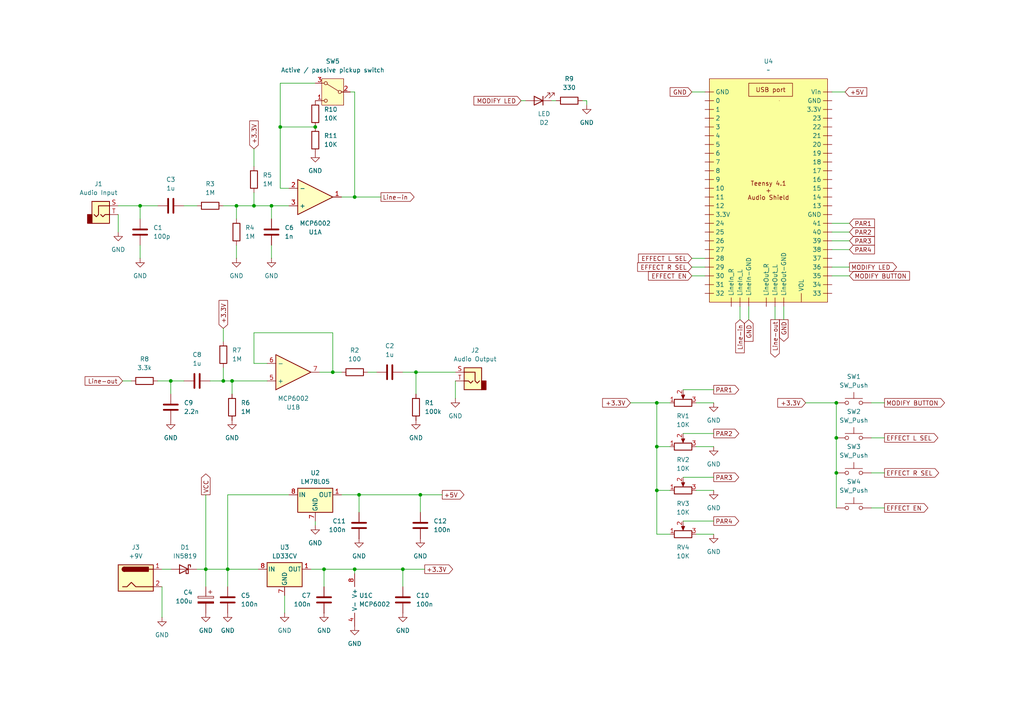
<source format=kicad_sch>
(kicad_sch (version 20250114) (generator "eeschema") (generator_version "9.0")
  (paper "A4")
  (lib_symbols
    (symbol "Connector:Barrel_Jack" (pin_names (offset 1.016))
      (property "Reference" "J" (at 0 5.334 0))
      (property "Value" "Barrel_Jack" (at 0 -5.08 0))
      (symbol "Barrel_Jack_0_1"
        (rectangle (start -5.08 3.81) (end 5.08 -3.81) (stroke (width 0.254)) (fill (type background)))
        (polyline (pts (xy -3.81 -2.54) (xy -2.54 -2.54) (xy -1.27 -1.27) (xy 0 -2.54) (xy 2.54 -2.54) (xy 5.08 -2.54)) (stroke (width 0.254)))
        (arc (start -3.302 1.905) (mid -3.9343 2.54) (end -3.302 3.175) (stroke (width 0.254)))
        (arc (start -3.302 1.905) (mid -3.9343 2.54) (end -3.302 3.175) (stroke (width 0.254)) (fill (type outline)))
        (rectangle (start 3.683 3.175) (end -3.302 1.905) (stroke (width 0.254)) (fill (type outline)))
        (polyline (pts (xy 5.08 2.54) (xy 3.81 2.54)) (stroke (width 0.254)))
      )
      (symbol "Barrel_Jack_1_1"
        (pin passive line (at 7.62 2.54 180) (length 2.54) (name "~") (number "1"))
        (pin passive line (at 7.62 -2.54 180) (length 2.54) (name "~") (number "2"))
      )
    )
    (symbol "Connector_Audio:AudioJack2"
      (property "Reference" "J" (at 0 8.89 0))
      (property "Value" "AudioJack2" (at 0 6.35 0))
      (symbol "AudioJack2_0_1"
        (rectangle (start -3.81 0) (end -2.54 -2.54) (stroke (width 0.254)) (fill (type outline)))
        (rectangle (start -2.54 3.81) (end 2.54 -2.54) (stroke (width 0.254)) (fill (type background)))
        (polyline (pts (xy 0 0) (xy 0.635 -0.635) (xy 1.27 0) (xy 2.54 0)) (stroke (width 0.254)))
        (polyline (pts (xy 2.54 2.54) (xy -0.635 2.54) (xy -0.635 0) (xy -1.27 -0.635) (xy -1.905 0)) (stroke (width 0.254)))
      )
      (symbol "AudioJack2_1_1"
        (pin passive line (at 5.08 2.54 180) (length 2.54) (name "~") (number "S"))
        (pin passive line (at 5.08 0 180) (length 2.54) (name "~") (number "T"))
      )
    )
    (symbol "Device:C" (pin_numbers (hide yes)) (pin_names (offset 0.254))
      (property "Reference" "C" (at 0.635 2.54 0))
      (property "Value" "C" (at 0.635 -2.54 0))
      (symbol "C_0_1"
        (polyline (pts (xy -2.032 0.762) (xy 2.032 0.762)) (stroke (width 0.508)))
        (polyline (pts (xy -2.032 -0.762) (xy 2.032 -0.762)) (stroke (width 0.508)))
      )
      (symbol "C_1_1"
        (pin passive line (at 0 3.81 270) (length 2.794) (name "~") (number "1"))
        (pin passive line (at 0 -3.81 90) (length 2.794) (name "~") (number "2"))
      )
    )
    (symbol "Device:C_Polarized" (pin_numbers (hide yes)) (pin_names (offset 0.254))
      (property "Reference" "C" (at 0.635 2.54 0))
      (property "Value" "C_Polarized" (at 0.635 -2.54 0))
      (symbol "C_Polarized_0_1"
        (rectangle (start -2.286 0.508) (end 2.286 1.016))
        (polyline (pts (xy -1.778 2.286) (xy -0.762 2.286)))
        (polyline (pts (xy -1.27 2.794) (xy -1.27 1.778)))
        (rectangle (start 2.286 -0.508) (end -2.286 -1.016) (fill (type outline)))
      )
      (symbol "C_Polarized_1_1"
        (pin passive line (at 0 3.81 270) (length 2.794) (name "~") (number "1"))
        (pin passive line (at 0 -3.81 90) (length 2.794) (name "~") (number "2"))
      )
    )
    (symbol "Device:D_Schottky" (pin_numbers (hide yes)) (pin_names (offset 1.016) (hide yes))
      (property "Reference" "D" (at 0 2.54 0))
      (property "Value" "D_Schottky" (at 0 -2.54 0))
      (symbol "D_Schottky_0_1"
        (polyline (pts (xy -1.905 0.635) (xy -1.905 1.27) (xy -1.27 1.27) (xy -1.27 -1.27) (xy -0.635 -1.27) (xy -0.635 -0.635)) (stroke (width 0.254)))
        (polyline (pts (xy 1.27 1.27) (xy 1.27 -1.27) (xy -1.27 0) (xy 1.27 1.27)) (stroke (width 0.254)))
        (polyline (pts (xy 1.27 0) (xy -1.27 0)))
      )
      (symbol "D_Schottky_1_1"
        (pin passive line (at -3.81 0 0) (length 2.54) (name "K") (number "1"))
        (pin passive line (at 3.81 0 180) (length 2.54) (name "A") (number "2"))
      )
    )
    (symbol "Device:LED" (pin_numbers (hide yes)) (pin_names (offset 1.016) (hide yes))
      (property "Reference" "D" (at 0 2.54 0))
      (property "Value" "LED" (at 0 -2.54 0))
      (symbol "LED_0_1"
        (polyline (pts (xy -3.048 -0.762) (xy -4.572 -2.286) (xy -3.81 -2.286) (xy -4.572 -2.286) (xy -4.572 -1.524)))
        (polyline (pts (xy -1.778 -0.762) (xy -3.302 -2.286) (xy -2.54 -2.286) (xy -3.302 -2.286) (xy -3.302 -1.524)))
        (polyline (pts (xy -1.27 0) (xy 1.27 0)))
        (polyline (pts (xy -1.27 -1.27) (xy -1.27 1.27)) (stroke (width 0.254)))
        (polyline (pts (xy 1.27 -1.27) (xy 1.27 1.27) (xy -1.27 0) (xy 1.27 -1.27)) (stroke (width 0.254)))
      )
      (symbol "LED_1_1"
        (pin passive line (at -3.81 0 0) (length 2.54) (name "K") (number "1"))
        (pin passive line (at 3.81 0 180) (length 2.54) (name "A") (number "2"))
      )
    )
    (symbol "Device:Opamp_Dual"
      (property "Reference" "U" (at 0 5.08 0))
      (property "Value" "Opamp_Dual" (at 0 -5.08 0))
      (symbol "Opamp_Dual_1_1"
        (polyline (pts (xy -5.08 5.08) (xy 5.08 0) (xy -5.08 -5.08) (xy -5.08 5.08)) (stroke (width 0.254)) (fill (type background)))
        (pin input line (at -7.62 2.54 0) (length 2.54) (name "+") (number "3"))
        (pin input line (at -7.62 -2.54 0) (length 2.54) (name "-") (number "2"))
        (pin output line (at 7.62 0 180) (length 2.54) (name "~") (number "1"))
      )
      (symbol "Opamp_Dual_2_1"
        (polyline (pts (xy -5.08 5.08) (xy 5.08 0) (xy -5.08 -5.08) (xy -5.08 5.08)) (stroke (width 0.254)) (fill (type background)))
        (pin input line (at -7.62 2.54 0) (length 2.54) (name "+") (number "5"))
        (pin input line (at -7.62 -2.54 0) (length 2.54) (name "-") (number "6"))
        (pin output line (at 7.62 0 180) (length 2.54) (name "~") (number "7"))
      )
      (symbol "Opamp_Dual_3_1"
        (pin power_in line (at -2.54 7.62 270) (length 3.81) (name "V+") (number "8"))
        (pin power_in line (at -2.54 -7.62 90) (length 3.81) (name "V-") (number "4"))
      )
    )
    (symbol "Device:R" (pin_numbers (hide yes)) (pin_names (offset 0))
      (property "Reference" "R" (at 2.032 0 90))
      (property "Value" "R" (at 0 0 90))
      (symbol "R_0_1"
        (rectangle (start -1.016 -2.54) (end 1.016 2.54) (stroke (width 0.254)))
      )
      (symbol "R_1_1"
        (pin passive line (at 0 3.81 270) (length 1.27) (name "~") (number "1"))
        (pin passive line (at 0 -3.81 90) (length 1.27) (name "~") (number "2"))
      )
    )
    (symbol "Device:R_Potentiometer" (pin_names (offset 1.016) (hide yes))
      (property "Reference" "RV" (at -4.445 0 90))
      (property "Value" "R_Potentiometer" (at -2.54 0 90))
      (symbol "R_Potentiometer_0_1"
        (rectangle (start 1.016 2.54) (end -1.016 -2.54) (stroke (width 0.254)))
        (polyline (pts (xy 1.143 0) (xy 2.286 0.508) (xy 2.286 -0.508) (xy 1.143 0)) (fill (type outline)))
        (polyline (pts (xy 2.54 0) (xy 1.524 0)))
      )
      (symbol "R_Potentiometer_1_1"
        (pin passive line (at 0 3.81 270) (length 1.27) (name "1") (number "1"))
        (pin passive line (at 0 -3.81 90) (length 1.27) (name "3") (number "3"))
        (pin passive line (at 3.81 0 180) (length 1.27) (name "2") (number "2"))
      )
    )
    (symbol "Regulator_Linear:LM78L05_SO8" (pin_names (offset 0.254))
      (property "Reference" "U" (at -3.81 3.175 0))
      (property "Value" "LM78L05_SO8" (at 0 3.175 0))
      (symbol "LM78L05_SO8_0_1"
        (rectangle (start -5.08 1.905) (end 5.08 -5.08) (stroke (width 0.254)) (fill (type background)))
      )
      (symbol "LM78L05_SO8_1_1"
        (pin power_in line (at -7.62 0 0) (length 2.54) (name "IN") (number "8"))
        (pin no_connect line (at -5.08 -2.54 0) (length 2.54) (hide yes) (name "NC") (number "4"))
        (pin passive line (at 0 -7.62 90) (length 2.54) (hide yes) (name "GND") (number "2"))
        (pin passive line (at 0 -7.62 90) (length 2.54) (hide yes) (name "GND") (number "3"))
        (pin passive line (at 0 -7.62 90) (length 2.54) (hide yes) (name "GND") (number "6"))
        (pin power_in line (at 0 -7.62 90) (length 2.54) (name "GND") (number "7"))
        (pin no_connect line (at 5.08 -2.54 180) (length 2.54) (hide yes) (name "NC") (number "5"))
        (pin power_out line (at 7.62 0 180) (length 2.54) (name "OUT") (number "1"))
      )
    )
    (symbol "Switch:SW_Nidec_CAS-120A1" (pin_names (offset 1) (hide yes))
      (property "Reference" "SW" (at 0 4.318 0))
      (property "Value" "SW_Nidec_CAS-120A1" (at 0 -5.08 0))
      (symbol "SW_Nidec_CAS-120A1_0_1"
        (circle (center -2.032 0) (radius 0.4572))
        (polyline (pts (xy -1.651 0.254) (xy 1.651 2.286)))
        (circle (center 2.032 2.54) (radius 0.4572))
        (circle (center 2.032 -2.54) (radius 0.4572))
      )
      (symbol "SW_Nidec_CAS-120A1_1_1"
        (rectangle (start -3.175 3.81) (end 3.175 -3.81) (fill (type background)))
        (pin passive line (at -5.08 0 0) (length 2.54) (name "B") (number "2"))
        (pin passive line (at 5.08 2.54 180) (length 2.54) (name "A") (number "3"))
        (pin passive line (at 5.08 -2.54 180) (length 2.54) (name "C") (number "1"))
      )
    )
    (symbol "Switch:SW_Push" (pin_numbers (hide yes)) (pin_names (offset 1.016) (hide yes))
      (property "Reference" "SW" (at 1.27 2.54 0))
      (property "Value" "SW_Push" (at 0 -1.524 0))
      (symbol "SW_Push_0_1"
        (circle (center -2.032 0) (radius 0.508))
        (polyline (pts (xy 0 1.27) (xy 0 3.048)))
        (circle (center 2.032 0) (radius 0.508))
        (polyline (pts (xy 2.54 1.27) (xy -2.54 1.27)))
        (pin passive line (at -5.08 0 0) (length 2.54) (name "1") (number "1"))
        (pin passive line (at 5.08 0 180) (length 2.54) (name "2") (number "2"))
      )
    )
    (symbol "Teensy:Teensy 4.1 + Audio Shield rev D"
      (property "Reference" "U" (at 0 0 0))
      (symbol "Teensy 4.1 + Audio Shield rev D_1_1"
        (rectangle (start 19.05 8.89) (end 19.05 8.89))
        (rectangle (start 21.59 7.62) (end 21.59 7.62))
        (text_box "Teensy 4.1 \n+ \nAudio Shield\n\n" (at 1.27 13.97 0) (size 34.29 -64.77) (margins 1.016 1.016 1.016 1.016) (fill (type color) (color 250 255 156 1)) (effects (font (size 1.27 1.27))))
        (text_box "USB port" (at 12.7 12.7 0) (size 12.7 -3.81) (margins 1.016 1.016 1.016 1.016) (effects (font (size 1.27 1.27))))
        (pin power_in line (at 0 10.16 0) (length 2.54) (name "GND") (number ""))
        (pin bidirectional line (at 0 7.62 0) (length 2.54) (name "0") (number ""))
        (pin bidirectional line (at 0 5.08 0) (length 2.54) (name "1") (number ""))
        (pin bidirectional line (at 0 2.54 0) (length 2.54) (name "2") (number ""))
        (pin bidirectional line (at 0 0 0) (length 2.54) (name "3") (number ""))
        (pin bidirectional line (at 0 -2.54 0) (length 2.54) (name "4") (number ""))
        (pin bidirectional line (at 0 -5.08 0) (length 2.54) (name "5") (number ""))
        (pin bidirectional line (at 0 -7.62 0) (length 2.54) (name "6") (number ""))
        (pin unspecified line (at 0 -10.16 0) (length 2.54) (name "7") (number ""))
        (pin unspecified line (at 0 -12.7 0) (length 2.54) (name "8") (number ""))
        (pin bidirectional line (at 0 -15.24 0) (length 2.54) (name "9") (number ""))
        (pin bidirectional line (at 0 -17.78 0) (length 2.54) (name "10") (number ""))
        (pin bidirectional line (at 0 -20.32 0) (length 2.54) (name "11") (number ""))
        (pin bidirectional line (at 0 -22.86 0) (length 2.54) (name "12") (number ""))
        (pin output line (at 0 -25.4 0) (length 2.54) (name "3.3V") (number ""))
        (pin bidirectional line (at 0 -27.94 0) (length 2.54) (name "24") (number ""))
        (pin bidirectional line (at 0 -30.48 0) (length 2.54) (name "25") (number ""))
        (pin bidirectional line (at 0 -33.02 0) (length 2.54) (name "26") (number ""))
        (pin bidirectional line (at 0 -35.56 0) (length 2.54) (name "27") (number ""))
        (pin bidirectional line (at 0 -38.1 0) (length 2.54) (name "28") (number ""))
        (pin bidirectional line (at 0 -40.64 0) (length 2.54) (name "29") (number ""))
        (pin bidirectional line (at 0 -43.18 0) (length 2.54) (name "30") (number ""))
        (pin bidirectional line (at 0 -45.72 0) (length 2.54) (name "31") (number ""))
        (pin bidirectional line (at 0 -48.26 0) (length 2.54) (name "32") (number ""))
        (pin input line (at 7.62 -52.07 90) (length 2.54) (name "LineIn_R") (number ""))
        (pin input line (at 10.16 -52.07 90) (length 2.54) (name "LineIn_L") (number ""))
        (pin input line (at 12.7 -52.07 90) (length 2.54) (name "LineIn-GND") (number ""))
        (pin output line (at 17.78 -52.07 90) (length 2.54) (name "LineOut_R") (number ""))
        (pin output line (at 20.32 -52.07 90) (length 2.54) (name "LineOut_L") (number ""))
        (pin output line (at 22.86 -52.07 90) (length 2.54) (name "LineOut-GND") (number ""))
        (pin output line (at 27.94 -50.8 90) (length 2.54) (name "VOL") (number ""))
        (pin power_in line (at 36.83 10.16 180) (length 2.54) (name "Vin") (number ""))
        (pin input line (at 36.83 7.62 180) (length 2.54) (name "GND") (number ""))
        (pin output line (at 36.83 5.08 180) (length 2.54) (name "3.3V") (number ""))
        (pin unspecified line (at 36.83 2.54 180) (length 2.54) (name "23") (number ""))
        (pin bidirectional line (at 36.83 0 180) (length 2.54) (name "22") (number ""))
        (pin unspecified line (at 36.83 -2.54 180) (length 2.54) (name "21") (number ""))
        (pin unspecified line (at 36.83 -5.08 180) (length 2.54) (name "20") (number ""))
        (pin unspecified line (at 36.83 -7.62 180) (length 2.54) (name "19") (number ""))
        (pin unspecified line (at 36.83 -10.16 180) (length 2.54) (name "18") (number ""))
        (pin bidirectional line (at 36.83 -12.7 180) (length 2.54) (name "17") (number ""))
        (pin bidirectional line (at 36.83 -15.24 180) (length 2.54) (name "16") (number ""))
        (pin bidirectional line (at 36.83 -17.78 180) (length 2.54) (name "15") (number ""))
        (pin bidirectional line (at 36.83 -20.32 180) (length 2.54) (name "14") (number ""))
        (pin bidirectional line (at 36.83 -22.86 180) (length 2.54) (name "13") (number ""))
        (pin output line (at 36.83 -25.4 180) (length 2.54) (name "GND") (number ""))
        (pin bidirectional line (at 36.83 -27.94 180) (length 2.54) (name "41") (number ""))
        (pin bidirectional line (at 36.83 -30.48 180) (length 2.54) (name "40") (number ""))
        (pin bidirectional line (at 36.83 -33.02 180) (length 2.54) (name "39") (number ""))
        (pin bidirectional line (at 36.83 -35.56 180) (length 2.54) (name "38") (number ""))
        (pin bidirectional line (at 36.83 -38.1 180) (length 2.54) (name "37") (number ""))
        (pin bidirectional line (at 36.83 -40.64 180) (length 2.54) (name "36") (number ""))
        (pin bidirectional line (at 36.83 -43.18 180) (length 2.54) (name "35") (number ""))
        (pin bidirectional line (at 36.83 -45.72 180) (length 2.54) (name "34") (number ""))
        (pin bidirectional line (at 36.83 -48.26 180) (length 2.54) (name "33") (number ""))
      )
    )
    (symbol "power:GND" (power) (pin_numbers (hide yes)) (pin_names (offset 0) (hide yes))
      (property "Value" "GND" (at 0 -3.81 0))
      (symbol "GND_0_1"
        (polyline (pts (xy 0 0) (xy 0 -1.27) (xy 1.27 -1.27) (xy 0 -2.54) (xy -1.27 -1.27) (xy 0 -1.27)))
      )
      (symbol "GND_1_1"
        (pin power_in line (at 0 0 270) (length 0) (name "~") (number "1"))
      )
    )
  )
  (junction (at 96.52 107.95))
  (junction (at 81.28 36.83))
  (junction (at 190.5 129.54))
  (junction (at 102.87 57.15))
  (junction (at 66.04 165.1))
  (junction (at 59.69 165.1))
  (junction (at 242.57 137.16))
  (junction (at 93.98 165.1))
  (junction (at 49.53 110.49))
  (junction (at 121.92 143.51))
  (junction (at 40.64 59.69))
  (junction (at 190.5 142.24))
  (junction (at 68.58 59.69))
  (junction (at 91.44 36.83))
  (junction (at 120.65 107.95))
  (junction (at 67.31 110.49))
  (junction (at 116.84 165.1))
  (junction (at 73.66 59.69))
  (junction (at 190.5 116.84))
  (junction (at 242.57 116.84))
  (junction (at 102.87 165.1))
  (junction (at 78.74 59.69))
  (junction (at 242.57 127))
  (junction (at 64.77 110.49))
  (junction (at 104.14 143.51))
  (wire (pts (xy 151.13 29.21) (xy 152.4 29.21)))
  (wire (pts (xy 59.69 143.51) (xy 59.69 165.1)))
  (wire (pts (xy 102.87 165.1) (xy 116.84 165.1)))
  (wire (pts (xy 242.57 137.16) (xy 242.57 147.32)))
  (wire (pts (xy 77.47 105.41) (xy 73.66 105.41)))
  (wire (pts (xy 170.18 29.21) (xy 170.18 30.48)))
  (wire (pts (xy 190.5 129.54) (xy 194.31 129.54)))
  (wire (pts (xy 241.3 80.01) (xy 246.38 80.01)))
  (wire (pts (xy 241.3 64.77) (xy 246.38 64.77)))
  (wire (pts (xy 59.69 165.1) (xy 59.69 170.18)))
  (wire (pts (xy 34.29 62.23) (xy 34.29 67.31)))
  (wire (pts (xy 121.92 143.51) (xy 128.27 143.51)))
  (wire (pts (xy 214.63 92.71) (xy 214.63 88.9)))
  (wire (pts (xy 67.31 110.49) (xy 77.47 110.49)))
  (wire (pts (xy 82.55 172.72) (xy 82.55 177.8)))
  (wire (pts (xy 116.84 107.95) (xy 120.65 107.95)))
  (wire (pts (xy 49.53 110.49) (xy 53.34 110.49)))
  (wire (pts (xy 99.06 143.51) (xy 104.14 143.51)))
  (wire (pts (xy 102.87 57.15) (xy 110.49 57.15)))
  (wire (pts (xy 64.77 110.49) (xy 64.77 106.68)))
  (wire (pts (xy 46.99 165.1) (xy 49.53 165.1)))
  (wire (pts (xy 224.79 92.71) (xy 224.79 88.9)))
  (wire (pts (xy 190.5 142.24) (xy 190.5 154.94)))
  (wire (pts (xy 64.77 95.25) (xy 64.77 99.06)))
  (wire (pts (xy 201.93 116.84) (xy 207.01 116.84)))
  (wire (pts (xy 200.66 26.67) (xy 204.47 26.67)))
  (wire (pts (xy 73.66 59.69) (xy 78.74 59.69)))
  (wire (pts (xy 241.3 69.85) (xy 246.38 69.85)))
  (wire (pts (xy 59.69 165.1) (xy 66.04 165.1)))
  (wire (pts (xy 64.77 59.69) (xy 68.58 59.69)))
  (wire (pts (xy 83.82 54.61) (xy 81.28 54.61)))
  (wire (pts (xy 45.72 110.49) (xy 49.53 110.49)))
  (wire (pts (xy 252.73 147.32) (xy 256.54 147.32)))
  (wire (pts (xy 198.12 151.13) (xy 207.01 151.13)))
  (wire (pts (xy 198.12 138.43) (xy 207.01 138.43)))
  (wire (pts (xy 91.44 151.13) (xy 91.44 152.4)))
  (wire (pts (xy 102.87 26.67) (xy 102.87 57.15)))
  (wire (pts (xy 252.73 137.16) (xy 256.54 137.16)))
  (wire (pts (xy 116.84 165.1) (xy 123.19 165.1)))
  (wire (pts (xy 78.74 71.12) (xy 78.74 74.93)))
  (wire (pts (xy 201.93 142.24) (xy 207.01 142.24)))
  (wire (pts (xy 73.66 43.18) (xy 73.66 48.26)))
  (wire (pts (xy 242.57 116.84) (xy 242.57 127)))
  (wire (pts (xy 242.57 127) (xy 242.57 137.16)))
  (wire (pts (xy 66.04 165.1) (xy 66.04 143.51)))
  (wire (pts (xy 190.5 116.84) (xy 194.31 116.84)))
  (wire (pts (xy 93.98 165.1) (xy 102.87 165.1)))
  (wire (pts (xy 35.56 110.49) (xy 38.1 110.49)))
  (wire (pts (xy 53.34 59.69) (xy 57.15 59.69)))
  (wire (pts (xy 245.11 26.67) (xy 241.3 26.67)))
  (wire (pts (xy 67.31 110.49) (xy 67.31 114.3)))
  (wire (pts (xy 190.5 154.94) (xy 194.31 154.94)))
  (wire (pts (xy 252.73 127) (xy 256.54 127)))
  (wire (pts (xy 91.44 36.83) (xy 81.28 36.83)))
  (wire (pts (xy 104.14 143.51) (xy 104.14 148.59)))
  (wire (pts (xy 116.84 165.1) (xy 116.84 170.18)))
  (wire (pts (xy 201.93 154.94) (xy 207.01 154.94)))
  (wire (pts (xy 198.12 113.03) (xy 207.01 113.03)))
  (wire (pts (xy 78.74 59.69) (xy 78.74 63.5)))
  (wire (pts (xy 40.64 59.69) (xy 40.64 63.5)))
  (wire (pts (xy 57.15 165.1) (xy 59.69 165.1)))
  (wire (pts (xy 168.91 29.21) (xy 170.18 29.21)))
  (wire (pts (xy 233.68 116.84) (xy 242.57 116.84)))
  (wire (pts (xy 241.3 67.31) (xy 246.38 67.31)))
  (wire (pts (xy 40.64 71.12) (xy 40.64 74.93)))
  (wire (pts (xy 190.5 116.84) (xy 190.5 129.54)))
  (wire (pts (xy 102.87 165.1) (xy 102.87 166.37)))
  (wire (pts (xy 241.3 72.39) (xy 246.38 72.39)))
  (wire (pts (xy 68.58 59.69) (xy 73.66 59.69)))
  (wire (pts (xy 96.52 107.95) (xy 99.06 107.95)))
  (wire (pts (xy 40.64 59.69) (xy 45.72 59.69)))
  (wire (pts (xy 217.17 92.71) (xy 217.17 88.9)))
  (wire (pts (xy 160.02 29.21) (xy 161.29 29.21)))
  (wire (pts (xy 106.68 107.95) (xy 109.22 107.95)))
  (wire (pts (xy 201.93 129.54) (xy 207.01 129.54)))
  (wire (pts (xy 60.96 110.49) (xy 64.77 110.49)))
  (wire (pts (xy 81.28 24.13) (xy 81.28 36.83)))
  (wire (pts (xy 73.66 96.52) (xy 96.52 96.52)))
  (wire (pts (xy 68.58 59.69) (xy 68.58 63.5)))
  (wire (pts (xy 68.58 71.12) (xy 68.58 74.93)))
  (wire (pts (xy 66.04 165.1) (xy 74.93 165.1)))
  (wire (pts (xy 102.87 57.15) (xy 99.06 57.15)))
  (wire (pts (xy 101.6 26.67) (xy 102.87 26.67)))
  (wire (pts (xy 81.28 36.83) (xy 81.28 54.61)))
  (wire (pts (xy 73.66 55.88) (xy 73.66 59.69)))
  (wire (pts (xy 241.3 77.47) (xy 246.38 77.47)))
  (wire (pts (xy 96.52 107.95) (xy 92.71 107.95)))
  (wire (pts (xy 120.65 107.95) (xy 132.08 107.95)))
  (wire (pts (xy 96.52 96.52) (xy 96.52 107.95)))
  (wire (pts (xy 93.98 165.1) (xy 93.98 170.18)))
  (wire (pts (xy 121.92 143.51) (xy 121.92 148.59)))
  (wire (pts (xy 73.66 105.41) (xy 73.66 96.52)))
  (wire (pts (xy 78.74 59.69) (xy 83.82 59.69)))
  (wire (pts (xy 182.88 116.84) (xy 190.5 116.84)))
  (wire (pts (xy 91.44 24.13) (xy 81.28 24.13)))
  (wire (pts (xy 227.33 92.71) (xy 227.33 88.9)))
  (wire (pts (xy 252.73 116.84) (xy 256.54 116.84)))
  (wire (pts (xy 66.04 143.51) (xy 83.82 143.51)))
  (wire (pts (xy 49.53 110.49) (xy 49.53 114.3)))
  (wire (pts (xy 190.5 142.24) (xy 194.31 142.24)))
  (wire (pts (xy 90.17 165.1) (xy 93.98 165.1)))
  (wire (pts (xy 200.66 77.47) (xy 204.47 77.47)))
  (wire (pts (xy 200.66 80.01) (xy 204.47 80.01)))
  (wire (pts (xy 66.04 165.1) (xy 66.04 170.18)))
  (wire (pts (xy 104.14 143.51) (xy 121.92 143.51)))
  (wire (pts (xy 132.08 110.49) (xy 132.08 115.57)))
  (wire (pts (xy 34.29 59.69) (xy 40.64 59.69)))
  (wire (pts (xy 120.65 107.95) (xy 120.65 114.3)))
  (wire (pts (xy 46.99 170.18) (xy 46.99 179.07)))
  (wire (pts (xy 198.12 125.73) (xy 207.01 125.73)))
  (wire (pts (xy 190.5 129.54) (xy 190.5 142.24)))
  (wire (pts (xy 200.66 74.93) (xy 204.47 74.93)))
  (wire (pts (xy 64.77 110.49) (xy 67.31 110.49)))
  (global_label "MODIFY BUTTON" (shape input) (at 246.38 80.01 0) (property "Intersheetrefs" "${INTERSHEET_REFS}" (effects (hide yes))))
  (global_label "PAR3" (shape output) (at 207.01 138.43 0) (property "Intersheetrefs" "${INTERSHEET_REFS}" (effects (hide yes))))
  (global_label "PAR2" (shape input) (at 246.38 67.31 0) (property "Intersheetrefs" "${INTERSHEET_REFS}" (effects (hide yes))))
  (global_label "Line-out" (shape output) (at 224.79 92.71 270) (property "Intersheetrefs" "${INTERSHEET_REFS}" (effects (hide yes))))
  (global_label "MODIFY LED" (shape input) (at 151.13 29.21 180) (property "Intersheetrefs" "${INTERSHEET_REFS}" (effects (hide yes))))
  (global_label "+3.3V" (shape input) (at 64.77 95.25 90) (property "Intersheetrefs" "${INTERSHEET_REFS}" (effects (hide yes))))
  (global_label "GND" (shape output) (at 227.33 92.71 270) (property "Intersheetrefs" "${INTERSHEET_REFS}" (effects (hide yes))))
  (global_label "+3.3V" (shape input) (at 182.88 116.84 180) (property "Intersheetrefs" "${INTERSHEET_REFS}" (effects (hide yes))))
  (global_label "PAR1" (shape output) (at 207.01 113.03 0) (property "Intersheetrefs" "${INTERSHEET_REFS}" (effects (hide yes))))
  (global_label "Line-in" (shape output) (at 110.49 57.15 0) (property "Intersheetrefs" "${INTERSHEET_REFS}" (effects (hide yes))))
  (global_label "PAR3" (shape input) (at 246.38 69.85 0) (property "Intersheetrefs" "${INTERSHEET_REFS}" (effects (hide yes))))
  (global_label "Line-in" (shape input) (at 214.63 92.71 270) (property "Intersheetrefs" "${INTERSHEET_REFS}" (effects (hide yes))))
  (global_label "+5V" (shape output) (at 128.27 143.51 0) (property "Intersheetrefs" "${INTERSHEET_REFS}" (effects (hide yes))))
  (global_label "PAR1" (shape input) (at 246.38 64.77 0) (property "Intersheetrefs" "${INTERSHEET_REFS}" (effects (hide yes))))
  (global_label "EFFECT L SEL" (shape input) (at 200.66 74.93 180) (property "Intersheetrefs" "${INTERSHEET_REFS}" (effects (hide yes))))
  (global_label "EFFECT EN" (shape input) (at 200.66 80.01 180) (property "Intersheetrefs" "${INTERSHEET_REFS}" (effects (hide yes))))
  (global_label "VCC" (shape output) (at 59.69 143.51 90) (property "Intersheetrefs" "${INTERSHEET_REFS}" (effects (hide yes))))
  (global_label "+5V" (shape input) (at 245.11 26.67 0) (property "Intersheetrefs" "${INTERSHEET_REFS}" (effects (hide yes))))
  (global_label "PAR4" (shape output) (at 207.01 151.13 0) (property "Intersheetrefs" "${INTERSHEET_REFS}" (effects (hide yes))))
  (global_label "EFFECT EN" (shape output) (at 256.54 147.32 0) (property "Intersheetrefs" "${INTERSHEET_REFS}" (effects (hide yes))))
  (global_label "GND" (shape input) (at 217.17 92.71 270) (property "Intersheetrefs" "${INTERSHEET_REFS}" (effects (hide yes))))
  (global_label "+3.3V" (shape input) (at 73.66 43.18 90) (property "Intersheetrefs" "${INTERSHEET_REFS}" (effects (hide yes))))
  (global_label "Line-out" (shape input) (at 35.56 110.49 180) (property "Intersheetrefs" "${INTERSHEET_REFS}" (effects (hide yes))))
  (global_label "MODIFY BUTTON" (shape output) (at 256.54 116.84 0) (property "Intersheetrefs" "${INTERSHEET_REFS}" (effects (hide yes))))
  (global_label "EFFECT L SEL" (shape output) (at 256.54 127 0) (property "Intersheetrefs" "${INTERSHEET_REFS}" (effects (hide yes))))
  (global_label "PAR4" (shape input) (at 246.38 72.39 0) (property "Intersheetrefs" "${INTERSHEET_REFS}" (effects (hide yes))))
  (global_label "+3.3V" (shape output) (at 123.19 165.1 0) (property "Intersheetrefs" "${INTERSHEET_REFS}" (effects (hide yes))))
  (global_label "GND" (shape input) (at 200.66 26.67 180) (property "Intersheetrefs" "${INTERSHEET_REFS}" (effects (hide yes))))
  (global_label "PAR2" (shape output) (at 207.01 125.73 0) (property "Intersheetrefs" "${INTERSHEET_REFS}" (effects (hide yes))))
  (global_label "EFFECT R SEL" (shape output) (at 256.54 137.16 0) (property "Intersheetrefs" "${INTERSHEET_REFS}" (effects (hide yes))))
  (global_label "+3.3V" (shape input) (at 233.68 116.84 180) (property "Intersheetrefs" "${INTERSHEET_REFS}" (effects (hide yes))))
  (global_label "EFFECT R SEL" (shape input) (at 200.66 77.47 180) (property "Intersheetrefs" "${INTERSHEET_REFS}" (effects (hide yes))))
  (global_label "MODIFY LED" (shape output) (at 246.38 77.47 0) (property "Intersheetrefs" "${INTERSHEET_REFS}" (effects (hide yes))))
  (symbol (lib_id "power:GND") (at 121.92 156.21 0) (unit 1)
    (property "Reference" "#PWR019" (effects (hide yes)))
    (property "Value" "GND" (at 121.92 161.29 0))
    (property "Description" "Power symbol creates a global label with name \"GND\" , ground" (effects (hide yes)))
  )
  (symbol (lib_id "Device:R") (at 165.1 29.21 270) (unit 1)
    (property "Reference" "R9" (at 165.1 22.86 90))
    (property "Value" "330" (at 165.1 25.4 90))
    (property "Description" "Resistor" (effects (hide yes)))
  )
  (symbol (lib_id "power:GND") (at 116.84 177.8 0) (unit 1)
    (property "Reference" "#PWR017" (effects (hide yes)))
    (property "Value" "GND" (at 116.84 182.88 0))
    (property "Description" "Power symbol creates a global label with name \"GND\" , ground" (effects (hide yes)))
  )
  (symbol (lib_id "power:GND") (at 59.69 177.8 0) (unit 1)
    (property "Reference" "#PWR07" (effects (hide yes)))
    (property "Value" "GND" (at 59.69 182.88 0))
    (property "Description" "Power symbol creates a global label with name \"GND\" , ground" (effects (hide yes)))
  )
  (symbol (lib_id "Device:R") (at 73.66 52.07 0) (unit 1)
    (property "Reference" "R5" (at 76.2 50.7999 0) (effects (justify left)))
    (property "Value" "1M" (at 76.2 53.3399 0) (effects (justify left)))
    (property "Description" "Resistor" (effects (hide yes)))
  )
  (symbol (lib_id "Device:C") (at 49.53 118.11 0) (unit 1)
    (property "Reference" "C9" (at 53.34 116.8399 0) (effects (justify left)))
    (property "Value" "2.2n" (at 53.34 119.3799 0) (effects (justify left)))
    (property "Description" "Unpolarized capacitor" (effects (hide yes)))
  )
  (symbol (lib_id "power:GND") (at 104.14 156.21 0) (unit 1)
    (property "Reference" "#PWR018" (effects (hide yes)))
    (property "Value" "GND" (at 104.14 161.29 0))
    (property "Description" "Power symbol creates a global label with name \"GND\" , ground" (effects (hide yes)))
  )
  (symbol (lib_id "Device:C") (at 78.74 67.31 0) (unit 1)
    (property "Reference" "C6" (at 82.55 66.0399 0) (effects (justify left)))
    (property "Value" "1n" (at 82.55 68.5799 0) (effects (justify left)))
    (property "Description" "Unpolarized capacitor" (effects (hide yes)))
  )
  (symbol (lib_id "Device:C") (at 104.14 152.4 0) (mirror y) (unit 1)
    (property "Reference" "C11" (at 100.33 151.1299 0) (effects (justify left)))
    (property "Value" "100n" (at 100.33 153.6699 0) (effects (justify left)))
    (property "Description" "Unpolarized capacitor" (effects (hide yes)))
  )
  (symbol (lib_id "power:GND") (at 207.01 142.24 0) (unit 1)
    (property "Reference" "#PWR021" (effects (hide yes)))
    (property "Value" "GND" (at 207.01 147.32 0))
    (property "Description" "Power symbol creates a global label with name \"GND\" , ground" (effects (hide yes)))
  )
  (symbol (lib_id "Device:R") (at 67.31 118.11 0) (unit 1)
    (property "Reference" "R6" (at 69.85 116.8399 0) (effects (justify left)))
    (property "Value" "1M" (at 69.85 119.3799 0) (effects (justify left)))
    (property "Description" "Resistor" (effects (hide yes)))
  )
  (symbol (lib_id "Switch:SW_Push") (at 247.65 137.16 0) (unit 1)
    (property "Reference" "SW3" (at 247.65 129.54 0))
    (property "Value" "SW_Push" (at 247.65 132.08 0))
    (property "Description" "Push button switch, generic, two pins" (effects (hide yes)))
  )
  (symbol (lib_id "Device:C") (at 93.98 173.99 0) (mirror y) (unit 1)
    (property "Reference" "C7" (at 90.17 172.7199 0) (effects (justify left)))
    (property "Value" "100n" (at 90.17 175.2599 0) (effects (justify left)))
    (property "Description" "Unpolarized capacitor" (effects (hide yes)))
  )
  (symbol (lib_id "Device:R") (at 60.96 59.69 270) (unit 1)
    (property "Reference" "R3" (at 60.96 53.34 90))
    (property "Value" "1M" (at 60.96 55.88 90))
    (property "Description" "Resistor" (effects (hide yes)))
  )
  (symbol (lib_id "power:GND") (at 170.18 30.48 0) (unit 1)
    (property "Reference" "#PWR023" (effects (hide yes)))
    (property "Value" "GND" (at 170.18 35.56 0))
    (property "Description" "Power symbol creates a global label with name \"GND\" , ground" (effects (hide yes)))
  )
  (symbol (lib_id "Connector_Audio:AudioJack2") (at 137.16 110.49 0) (mirror y) (unit 1)
    (property "Reference" "J2" (at 137.795 101.6 0))
    (property "Value" "Audio Output" (at 137.795 104.14 0))
    (property "Description" "Audio Jack, 2 Poles (Mono / TS)" (effects (hide yes)))
  )
  (symbol (lib_id "power:GND") (at 93.98 177.8 0) (unit 1)
    (property "Reference" "#PWR016" (effects (hide yes)))
    (property "Value" "GND" (at 93.98 182.88 0))
    (property "Description" "Power symbol creates a global label with name \"GND\" , ground" (effects (hide yes)))
  )
  (symbol (lib_id "power:GND") (at 207.01 129.54 0) (unit 1)
    (property "Reference" "#PWR010" (effects (hide yes)))
    (property "Value" "GND" (at 207.01 134.62 0))
    (property "Description" "Power symbol creates a global label with name \"GND\" , ground" (effects (hide yes)))
  )
  (symbol (lib_id "power:GND") (at 120.65 121.92 0) (unit 1)
    (property "Reference" "#PWR011" (effects (hide yes)))
    (property "Value" "GND" (at 120.65 127 0))
    (property "Description" "Power symbol creates a global label with name \"GND\" , ground" (effects (hide yes)))
  )
  (symbol (lib_id "Device:R") (at 64.77 102.87 0) (unit 1)
    (property "Reference" "R7" (at 67.31 101.5999 0) (effects (justify left)))
    (property "Value" "1M" (at 67.31 104.1399 0) (effects (justify left)))
    (property "Description" "Resistor" (effects (hide yes)))
  )
  (symbol (lib_id "power:GND") (at 91.44 152.4 0) (unit 1)
    (property "Reference" "#PWR015" (effects (hide yes)))
    (property "Value" "GND" (at 91.44 157.48 0))
    (property "Description" "Power symbol creates a global label with name \"GND\" , ground" (effects (hide yes)))
  )
  (symbol (lib_id "Device:C") (at 57.15 110.49 270) (unit 1)
    (property "Reference" "C8" (at 57.15 102.87 90))
    (property "Value" "1u" (at 57.15 105.41 90))
    (property "Description" "Unpolarized capacitor" (effects (hide yes)))
  )
  (symbol (lib_id "Device:Opamp_Dual") (at 91.44 57.15 0) (mirror x) (unit 1)
    (property "Reference" "U1" (at 91.44 67.31 0))
    (property "Value" "MCP6002" (at 91.44 64.77 0))
    (property "Description" "Dual operational amplifier" (effects (hide yes)))
    (property "Sim.Library" "${KICAD9_SYMBOL_DIR}/Simulation_SPICE.sp" (effects (hide yes)))
    (property "Sim.Name" "kicad_builtin_opamp_dual" (effects (hide yes)))
    (property "Sim.Device" "SUBCKT" (effects (hide yes)))
    (property "Sim.Pins" "1=out1 2=in1- 3=in1+ 4=vee 5=in2+ 6=in2- 7=out2 8=vcc" (effects (hide yes)))
  )
  (symbol (lib_id "Switch:SW_Nidec_CAS-120A1") (at 96.52 26.67 0) (mirror y) (unit 1)
    (property "Reference" "SW5" (at 96.52 17.78 0))
    (property "Value" "Active / passive pickup switch" (at 96.52 20.32 0))
    (property "Footprint" "Button_Switch_SMD:Nidec_Copal_CAS-120A" (effects (hide yes)))
    (property "Datasheet" "https://www.nidec-components.com/e/catalog/switch/cas.pdf" (effects (hide yes)))
    (property "Description" "Switch, single pole double throw" (effects (hide yes)))
  )
  (symbol (lib_id "Regulator_Linear:LM78L05_SO8") (at 91.44 143.51 0) (unit 1)
    (property "Reference" "U2" (at 91.44 137.16 0))
    (property "Value" "LM78L05" (at 91.44 139.7 0))
    (property "Footprint" "Package_SO:SOIC-8_3.9x4.9mm_P1.27mm" (effects (hide yes)))
    (property "Datasheet" "https://www.onsemi.com/pub/Collateral/MC78L06A-D.pdf" (effects (hide yes)))
    (property "Description" "Positive 100mA 30V Linear Regulator, Fixed Output 5V, SO-8" (effects (hide yes)))
  )
  (symbol (lib_id "power:GND") (at 34.29 67.31 0) (unit 1)
    (property "Reference" "#PWR01" (effects (hide yes)))
    (property "Value" "GND" (at 34.29 72.39 0))
    (property "Description" "Power symbol creates a global label with name \"GND\" , ground" (effects (hide yes)))
  )
  (symbol (lib_id "Device:R_Potentiometer") (at 198.12 116.84 90) (unit 1)
    (property "Reference" "RV1" (at 198.12 120.65 90))
    (property "Value" "10K" (at 198.12 123.19 90))
    (property "Description" "Potentiometer" (effects (hide yes)))
  )
  (symbol (lib_id "Device:LED") (at 156.21 29.21 180) (unit 1)
    (property "Reference" "D2" (at 157.7975 35.56 0))
    (property "Value" "LED" (at 157.7975 33.02 0))
    (property "Description" "Light emitting diode" (effects (hide yes)))
    (property "Sim.Pins" "1=K 2=A" (effects (hide yes)))
  )
  (symbol (lib_id "power:GND") (at 207.01 116.84 0) (unit 1)
    (property "Reference" "#PWR03" (effects (hide yes)))
    (property "Value" "GND" (at 207.01 121.92 0))
    (property "Description" "Power symbol creates a global label with name \"GND\" , ground" (effects (hide yes)))
  )
  (symbol (lib_id "power:GND") (at 46.99 179.07 0) (unit 1)
    (property "Reference" "#PWR06" (effects (hide yes)))
    (property "Value" "GND" (at 46.99 184.15 0))
    (property "Description" "Power symbol creates a global label with name \"GND\" , ground" (effects (hide yes)))
  )
  (symbol (lib_id "power:GND") (at 49.53 121.92 0) (unit 1)
    (property "Reference" "#PWR08" (effects (hide yes)))
    (property "Value" "GND" (at 49.53 127 0))
    (property "Description" "Power symbol creates a global label with name \"GND\" , ground" (effects (hide yes)))
  )
  (symbol (lib_id "Device:R") (at 91.44 40.64 0) (unit 1)
    (property "Reference" "R11" (at 93.98 39.3699 0) (effects (justify left)))
    (property "Value" "10K" (at 93.98 41.9099 0) (effects (justify left)))
    (property "Description" "Resistor" (effects (hide yes)))
  )
  (symbol (lib_id "Device:C") (at 66.04 173.99 0) (unit 1)
    (property "Reference" "C5" (at 69.85 172.7199 0) (effects (justify left)))
    (property "Value" "100n" (at 69.85 175.2599 0) (effects (justify left)))
    (property "Description" "Unpolarized capacitor" (effects (hide yes)))
  )
  (symbol (lib_id "Device:R") (at 102.87 107.95 270) (unit 1)
    (property "Reference" "R2" (at 102.87 101.6 90))
    (property "Value" "100" (at 102.87 104.14 90))
    (property "Description" "Resistor" (effects (hide yes)))
  )
  (symbol (lib_id "Device:C") (at 49.53 59.69 270) (unit 1)
    (property "Reference" "C3" (at 49.53 52.07 90))
    (property "Value" "1u" (at 49.53 54.61 90))
    (property "Description" "Unpolarized capacitor" (effects (hide yes)))
  )
  (symbol (lib_id "power:GND") (at 132.08 115.57 0) (unit 1)
    (property "Reference" "#PWR012" (effects (hide yes)))
    (property "Value" "GND" (at 132.08 120.65 0))
    (property "Description" "Power symbol creates a global label with name \"GND\" , ground" (effects (hide yes)))
  )
  (symbol (lib_id "power:GND") (at 67.31 121.92 0) (unit 1)
    (property "Reference" "#PWR09" (effects (hide yes)))
    (property "Value" "GND" (at 67.31 127 0))
    (property "Description" "Power symbol creates a global label with name \"GND\" , ground" (effects (hide yes)))
  )
  (symbol (lib_id "power:GND") (at 91.44 44.45 0) (unit 1)
    (property "Reference" "#PWR024" (effects (hide yes)))
    (property "Value" "GND" (at 91.44 49.53 0))
    (property "Description" "Power symbol creates a global label with name \"GND\" , ground" (effects (hide yes)))
  )
  (symbol (lib_id "Device:C_Polarized") (at 59.69 173.99 0) (mirror y) (unit 1)
    (property "Reference" "C4" (at 55.88 171.8309 0) (effects (justify left)))
    (property "Value" "100u" (at 55.88 174.3709 0) (effects (justify left)))
    (property "Description" "Polarized capacitor" (effects (hide yes)))
  )
  (symbol (lib_id "Device:C") (at 113.03 107.95 270) (unit 1)
    (property "Reference" "C2" (at 113.03 100.33 90))
    (property "Value" "1u" (at 113.03 102.87 90))
    (property "Description" "Unpolarized capacitor" (effects (hide yes)))
  )
  (symbol (lib_id "Teensy:Teensy 4.1 + Audio Shield rev D") (at 204.47 36.83 0) (unit 1)
    (property "Reference" "U4" (at 222.885 17.78 0))
    (property "Value" "~" (at 222.885 20.32 0))
  )
  (symbol (lib_id "Device:R") (at 120.65 118.11 0) (unit 1)
    (property "Reference" "R1" (at 123.19 116.8399 0) (effects (justify left)))
    (property "Value" "100k" (at 123.19 119.3799 0) (effects (justify left)))
    (property "Description" "Resistor" (effects (hide yes)))
  )
  (symbol (lib_id "power:GND") (at 207.01 154.94 0) (unit 1)
    (property "Reference" "#PWR022" (effects (hide yes)))
    (property "Value" "GND" (at 207.01 160.02 0))
    (property "Description" "Power symbol creates a global label with name \"GND\" , ground" (effects (hide yes)))
  )
  (symbol (lib_id "power:GND") (at 102.87 181.61 0) (unit 1)
    (property "Reference" "#PWR020" (effects (hide yes)))
    (property "Value" "GND" (at 102.87 186.69 0))
    (property "Description" "Power symbol creates a global label with name \"GND\" , ground" (effects (hide yes)))
  )
  (symbol (lib_id "Device:R_Potentiometer") (at 198.12 154.94 90) (unit 1)
    (property "Reference" "RV4" (at 198.12 158.75 90))
    (property "Value" "10K" (at 198.12 161.29 90))
    (property "Description" "Potentiometer" (effects (hide yes)))
  )
  (symbol (lib_id "Switch:SW_Push") (at 247.65 116.84 0) (unit 1)
    (property "Reference" "SW1" (at 247.65 109.22 0))
    (property "Value" "SW_Push" (at 247.65 111.76 0))
    (property "Description" "Push button switch, generic, two pins" (effects (hide yes)))
  )
  (symbol (lib_id "power:GND") (at 40.64 74.93 0) (unit 1)
    (property "Reference" "#PWR02" (effects (hide yes)))
    (property "Value" "GND" (at 40.64 80.01 0))
    (property "Description" "Power symbol creates a global label with name \"GND\" , ground" (effects (hide yes)))
  )
  (symbol (lib_id "Device:R") (at 41.91 110.49 270) (unit 1)
    (property "Reference" "R8" (at 41.91 104.14 90))
    (property "Value" "3.3k" (at 41.91 106.68 90))
    (property "Description" "Resistor" (effects (hide yes)))
  )
  (symbol (lib_id "Switch:SW_Push") (at 247.65 127 0) (unit 1)
    (property "Reference" "SW2" (at 247.65 119.38 0))
    (property "Value" "SW_Push" (at 247.65 121.92 0))
    (property "Description" "Push button switch, generic, two pins" (effects (hide yes)))
  )
  (symbol (lib_id "Switch:SW_Push") (at 247.65 147.32 0) (unit 1)
    (property "Reference" "SW4" (at 247.65 139.7 0))
    (property "Value" "SW_Push" (at 247.65 142.24 0))
    (property "Description" "Push button switch, generic, two pins" (effects (hide yes)))
  )
  (symbol (lib_id "Device:D_Schottky") (at 53.34 165.1 0) (mirror y) (unit 1)
    (property "Reference" "D1" (at 53.6575 158.75 0))
    (property "Value" "IN5819" (at 53.6575 161.29 0))
    (property "Description" "Schottky diode" (effects (hide yes)))
  )
  (symbol (lib_id "Regulator_Linear:LM78L05_SO8") (at 82.55 165.1 0) (unit 1)
    (property "Reference" "U3" (at 82.55 158.75 0))
    (property "Value" "LD33CV" (at 82.55 161.29 0))
    (property "Footprint" "Package_SO:SOIC-8_3.9x4.9mm_P1.27mm" (effects (hide yes)))
    (property "Datasheet" "https://www.onsemi.com/pub/Collateral/MC78L06A-D.pdf" (effects (hide yes)))
    (property "Description" "Positive 100mA 30V Linear Regulator, Fixed Output 5V, SO-8" (effects (hide yes)))
  )
  (symbol (lib_id "power:GND") (at 68.58 74.93 0) (unit 1)
    (property "Reference" "#PWR04" (effects (hide yes)))
    (property "Value" "GND" (at 68.58 80.01 0))
    (property "Description" "Power symbol creates a global label with name \"GND\" , ground" (effects (hide yes)))
  )
  (symbol (lib_id "Device:Opamp_Dual") (at 85.09 107.95 0) (mirror x) (unit 2)
    (property "Reference" "U1" (at 85.09 118.11 0))
    (property "Value" "MCP6002" (at 85.09 115.57 0))
    (property "Description" "Dual operational amplifier" (effects (hide yes)))
    (property "Sim.Library" "${KICAD9_SYMBOL_DIR}/Simulation_SPICE.sp" (effects (hide yes)))
    (property "Sim.Name" "kicad_builtin_opamp_dual" (effects (hide yes)))
    (property "Sim.Device" "SUBCKT" (effects (hide yes)))
    (property "Sim.Pins" "1=out1 2=in1- 3=in1+ 4=vee 5=in2+ 6=in2- 7=out2 8=vcc" (effects (hide yes)))
  )
  (symbol (lib_id "Device:R_Potentiometer") (at 198.12 142.24 90) (unit 1)
    (property "Reference" "RV3" (at 198.12 146.05 90))
    (property "Value" "10K" (at 198.12 148.59 90))
    (property "Description" "Potentiometer" (effects (hide yes)))
  )
  (symbol (lib_id "Connector_Audio:AudioJack2") (at 29.21 62.23 0) (unit 1)
    (property "Reference" "J1" (at 28.575 53.34 0))
    (property "Value" "Audio Input" (at 28.575 55.88 0))
    (property "Description" "Audio Jack, 2 Poles (Mono / TS)" (effects (hide yes)))
  )
  (symbol (lib_id "Device:Opamp_Dual") (at 105.41 173.99 0) (unit 3)
    (property "Reference" "U1" (at 104.14 172.7199 0) (effects (justify left)))
    (property "Value" "MCP6002" (at 104.14 175.2599 0) (effects (justify left)))
    (property "Description" "Dual operational amplifier" (effects (hide yes)))
    (property "Sim.Library" "${KICAD9_SYMBOL_DIR}/Simulation_SPICE.sp" (effects (hide yes)))
    (property "Sim.Name" "kicad_builtin_opamp_dual" (effects (hide yes)))
    (property "Sim.Device" "SUBCKT" (effects (hide yes)))
    (property "Sim.Pins" "1=out1 2=in1- 3=in1+ 4=vee 5=in2+ 6=in2- 7=out2 8=vcc" (effects (hide yes)))
  )
  (symbol (lib_id "Device:C") (at 40.64 67.31 0) (unit 1)
    (property "Reference" "C1" (at 44.45 66.0399 0) (effects (justify left)))
    (property "Value" "100p" (at 44.45 68.5799 0) (effects (justify left)))
    (property "Description" "Unpolarized capacitor" (effects (hide yes)))
  )
  (symbol (lib_id "Device:R_Potentiometer") (at 198.12 129.54 90) (unit 1)
    (property "Reference" "RV2" (at 198.12 133.35 90))
    (property "Value" "10K" (at 198.12 135.89 90))
    (property "Description" "Potentiometer" (effects (hide yes)))
  )
  (symbol (lib_id "power:GND") (at 66.04 177.8 0) (unit 1)
    (property "Reference" "#PWR013" (effects (hide yes)))
    (property "Value" "GND" (at 66.04 182.88 0))
    (property "Description" "Power symbol creates a global label with name \"GND\" , ground" (effects (hide yes)))
  )
  (symbol (lib_id "Device:R") (at 68.58 67.31 0) (unit 1)
    (property "Reference" "R4" (at 71.12 66.0399 0) (effects (justify left)))
    (property "Value" "1M" (at 71.12 68.5799 0) (effects (justify left)))
    (property "Description" "Resistor" (effects (hide yes)))
  )
  (symbol (lib_id "Device:C") (at 116.84 173.99 0) (unit 1)
    (property "Reference" "C10" (at 120.65 172.7199 0) (effects (justify left)))
    (property "Value" "100n" (at 120.65 175.2599 0) (effects (justify left)))
    (property "Description" "Unpolarized capacitor" (effects (hide yes)))
  )
  (symbol (lib_id "power:GND") (at 78.74 74.93 0) (unit 1)
    (property "Reference" "#PWR05" (effects (hide yes)))
    (property "Value" "GND" (at 78.74 80.01 0))
    (property "Description" "Power symbol creates a global label with name \"GND\" , ground" (effects (hide yes)))
  )
  (symbol (lib_id "Device:C") (at 121.92 152.4 0) (unit 1)
    (property "Reference" "C12" (at 125.73 151.1299 0) (effects (justify left)))
    (property "Value" "100n" (at 125.73 153.6699 0) (effects (justify left)))
    (property "Description" "Unpolarized capacitor" (effects (hide yes)))
  )
  (symbol (lib_id "Connector:Barrel_Jack") (at 39.37 167.64 0) (unit 1)
    (property "Reference" "J3" (at 39.37 158.75 0))
    (property "Value" "+9V" (at 39.37 161.29 0))
    (property "Description" "DC Barrel Jack" (effects (hide yes)))
  )
  (symbol (lib_id "power:GND") (at 82.55 177.8 0) (unit 1)
    (property "Reference" "#PWR014" (effects (hide yes)))
    (property "Value" "GND" (at 82.55 182.88 0))
    (property "Description" "Power symbol creates a global label with name \"GND\" , ground" (effects (hide yes)))
  )
  (symbol (lib_id "Device:R") (at 91.44 33.02 0) (unit 1)
    (property "Reference" "R10" (at 93.98 31.7499 0) (effects (justify left)))
    (property "Value" "10K" (at 93.98 34.2899 0) (effects (justify left)))
    (property "Description" "Resistor" (effects (hide yes)))
  )
)
</source>
